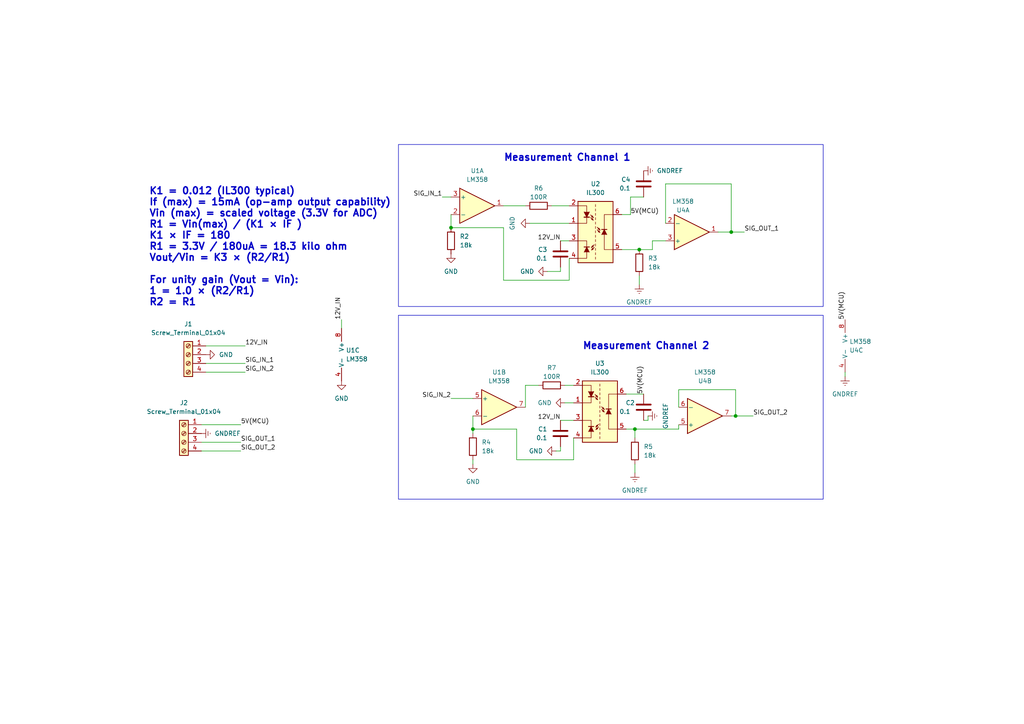
<source format=kicad_sch>
(kicad_sch (version 20230121) (generator eeschema)
  (paper "A4")
  (lib_symbols
    (symbol "Amplifier_Operational:LM358" (pin_names (offset 0.127))
      (property "Reference" "U" (at 0 5.08 0))
      (property "Value" "LM358" (at 0 -5.08 0))
      (symbol "LM358_1_1"
        (polyline (pts (xy -5.08 5.08) (xy 5.08 0) (xy -5.08 -5.08) (xy -5.08 5.08)) (stroke (width 0.254)) (fill (type background)))
        (pin output line (at 7.62 0 180) (length 2.54) (name "~") (number "1"))
        (pin input line (at -7.62 -2.54 0) (length 2.54) (name "-") (number "2"))
        (pin input line (at -7.62 2.54 0) (length 2.54) (name "+") (number "3"))
      )
      (symbol "LM358_2_1"
        (polyline (pts (xy -5.08 5.08) (xy 5.08 0) (xy -5.08 -5.08) (xy -5.08 5.08)) (stroke (width 0.254)) (fill (type background)))
        (pin input line (at -7.62 2.54 0) (length 2.54) (name "+") (number "5"))
        (pin input line (at -7.62 -2.54 0) (length 2.54) (name "-") (number "6"))
        (pin output line (at 7.62 0 180) (length 2.54) (name "~") (number "7"))
      )
      (symbol "LM358_3_1"
        (pin power_in line (at -2.54 -7.62 90) (length 3.81) (name "V-") (number "4"))
        (pin power_in line (at -2.54 7.62 270) (length 3.81) (name "V+") (number "8"))
      )
    )
    (symbol "Connector:Screw_Terminal_01x04" (pin_names (offset 1.016) hide)
      (property "Reference" "J" (at 0 5.08 0))
      (property "Value" "Screw_Terminal_01x04" (at 0 -7.62 0))
      (symbol "Screw_Terminal_01x04_1_1"
        (rectangle (start -1.27 3.81) (end 1.27 -6.35) (stroke (width 0.254)) (fill (type background)))
        (circle (center 0 -5.08) (radius 0.635) (stroke (width 0.1524)))
        (circle (center 0 -2.54) (radius 0.635) (stroke (width 0.1524)))
        (polyline (pts (xy -0.5334 -4.7498) (xy 0.3302 -5.588)) (stroke (width 0.1524)))
        (polyline (pts (xy -0.5334 -2.2098) (xy 0.3302 -3.048)) (stroke (width 0.1524)))
        (polyline (pts (xy -0.5334 0.3302) (xy 0.3302 -0.508)) (stroke (width 0.1524)))
        (polyline (pts (xy -0.5334 2.8702) (xy 0.3302 2.032)) (stroke (width 0.1524)))
        (polyline (pts (xy -0.3556 -4.572) (xy 0.508 -5.4102)) (stroke (width 0.1524)))
        (polyline (pts (xy -0.3556 -2.032) (xy 0.508 -2.8702)) (stroke (width 0.1524)))
        (polyline (pts (xy -0.3556 0.508) (xy 0.508 -0.3302)) (stroke (width 0.1524)))
        (polyline (pts (xy -0.3556 3.048) (xy 0.508 2.2098)) (stroke (width 0.1524)))
        (circle (center 0 0) (radius 0.635) (stroke (width 0.1524)))
        (circle (center 0 2.54) (radius 0.635) (stroke (width 0.1524)))
        (pin passive line (at -5.08 2.54 0) (length 3.81) (name "Pin_1") (number "1"))
        (pin passive line (at -5.08 0 0) (length 3.81) (name "Pin_2") (number "2"))
        (pin passive line (at -5.08 -2.54 0) (length 3.81) (name "Pin_3") (number "3"))
        (pin passive line (at -5.08 -5.08 0) (length 3.81) (name "Pin_4") (number "4"))
      )
    )
    (symbol "Device:C" (pin_numbers hide) (pin_names (offset 0.254))
      (property "Reference" "C" (at 0.635 2.54 0))
      (property "Value" "C" (at 0.635 -2.54 0))
      (symbol "C_0_1"
        (polyline (pts (xy -2.032 -0.762) (xy 2.032 -0.762)) (stroke (width 0.508)))
        (polyline (pts (xy -2.032 0.762) (xy 2.032 0.762)) (stroke (width 0.508)))
      )
      (symbol "C_1_1"
        (pin passive line (at 0 3.81 270) (length 2.794) (name "~") (number "1"))
        (pin passive line (at 0 -3.81 90) (length 2.794) (name "~") (number "2"))
      )
    )
    (symbol "Device:R" (pin_numbers hide) (pin_names (offset 0))
      (property "Reference" "R" (at 2.032 0 90))
      (property "Value" "R" (at 0 0 90))
      (symbol "R_0_1"
        (rectangle (start -1.016 -2.54) (end 1.016 2.54) (stroke (width 0.254)))
      )
      (symbol "R_1_1"
        (pin passive line (at 0 3.81 270) (length 1.27) (name "~") (number "1"))
        (pin passive line (at 0 -3.81 90) (length 1.27) (name "~") (number "2"))
      )
    )
    (symbol "Isolator_Analog:IL300" (pin_names (offset 1.016))
      (property "Reference" "U" (at -5.08 10.16 0))
      (property "Value" "IL300" (at 0 10.16 0))
      (symbol "IL300_0_1"
        (rectangle (start -5.08 8.89) (end 5.08 -8.89) (stroke (width 0.254)) (fill (type background)))
        (polyline (pts (xy -3.302 -4.318) (xy -1.778 -4.318)) (stroke (width 0.254)))
        (polyline (pts (xy -1.778 4.318) (xy -3.302 4.318)) (stroke (width 0.254)))
        (polyline (pts (xy -1.778 4.318) (xy -3.302 4.318)) (stroke (width 0.254)))
        (polyline (pts (xy 0 -7.239) (xy 0 -7.874)))
        (polyline (pts (xy 0 -5.969) (xy 0 -6.604)))
        (polyline (pts (xy 0 -4.699) (xy 0 -5.334)))
        (polyline (pts (xy 0 -3.429) (xy 0 -4.064)))
        (polyline (pts (xy 0 -2.159) (xy 0 -2.794)))
        (polyline (pts (xy 0 -0.889) (xy 0 -1.524)))
        (polyline (pts (xy 0 0.381) (xy 0 -0.254)))
        (polyline (pts (xy 0 1.651) (xy 0 1.016)))
        (polyline (pts (xy 0 2.921) (xy 0 2.286)))
        (polyline (pts (xy 0 4.191) (xy 0 3.556)))
        (polyline (pts (xy 0 5.461) (xy 0 4.826)))
        (polyline (pts (xy 0 6.731) (xy 0 6.096)))
        (polyline (pts (xy 0 8.001) (xy 0 7.366)))
        (polyline (pts (xy 1.778 0.762) (xy 3.302 0.762)) (stroke (width 0.254)))
        (polyline (pts (xy -3.302 -5.842) (xy -2.54 -4.318) (xy -1.778 -5.842)) (fill (type outline)))
        (polyline (pts (xy -1.778 5.842) (xy -2.54 4.318) (xy -3.302 5.842)) (fill (type outline)))
        (polyline (pts (xy -1.778 5.842) (xy -2.54 4.318) (xy -3.302 5.842)) (fill (type outline)))
        (polyline (pts (xy -1.397 4.953) (xy -0.635 4.191) (xy -0.635 4.191)))
        (polyline (pts (xy -1.397 4.953) (xy -0.635 4.191) (xy -0.635 4.191)))
        (polyline (pts (xy -0.381 -3.683) (xy -1.143 -4.445) (xy -1.143 -4.445)))
        (polyline (pts (xy -0.381 -3.683) (xy -1.143 -4.445) (xy -1.143 -4.445)))
        (polyline (pts (xy 0.508 1.397) (xy 1.27 0.635) (xy 1.27 0.635)))
        (polyline (pts (xy 0.508 1.397) (xy 1.27 0.635) (xy 1.27 0.635)))
        (polyline (pts (xy 1.778 -0.762) (xy 2.54 0.762) (xy 3.302 -0.762)) (fill (type outline)))
        (polyline (pts (xy -5.08 -2.54) (xy -2.54 -2.54) (xy -2.54 -7.62) (xy -5.08 -7.62)))
        (polyline (pts (xy -5.08 7.62) (xy -2.54 7.62) (xy -2.54 2.54) (xy -5.08 2.54)))
        (polyline (pts (xy 5.08 5.08) (xy 2.54 5.08) (xy 2.54 -5.08) (xy 5.08 -5.08)))
        (polyline (pts (xy -1.143 -4.445) (xy -0.889 -3.937) (xy -0.635 -4.191) (xy -1.143 -4.445) (xy -1.143 -4.445)))
        (polyline (pts (xy -1.143 -4.445) (xy -0.889 -3.937) (xy -0.635 -4.191) (xy -1.143 -4.445) (xy -1.143 -4.445)))
        (polyline (pts (xy -0.635 4.191) (xy -0.889 4.699) (xy -1.143 4.445) (xy -0.635 4.191) (xy -0.635 4.191)))
        (polyline (pts (xy -0.635 4.191) (xy -0.889 4.699) (xy -1.143 4.445) (xy -0.635 4.191) (xy -0.635 4.191)))
        (polyline (pts (xy 1.27 0.635) (xy 1.016 1.143) (xy 0.762 0.889) (xy 1.27 0.635) (xy 1.27 0.635)))
        (polyline (pts (xy 1.27 0.635) (xy 1.016 1.143) (xy 0.762 0.889) (xy 1.27 0.635) (xy 1.27 0.635)))
        (polyline (pts (xy -1.397 4.191) (xy -0.635 3.429) (xy -0.889 3.937) (xy -1.143 3.683) (xy -0.635 3.429) (xy -0.635 3.429)))
        (polyline (pts (xy -1.397 4.191) (xy -0.635 3.429) (xy -0.889 3.937) (xy -1.143 3.683) (xy -0.635 3.429) (xy -0.635 3.429)))
        (polyline (pts (xy -0.381 -4.445) (xy -1.143 -5.207) (xy -0.889 -4.699) (xy -0.635 -4.953) (xy -1.143 -5.207) (xy -1.143 -5.207)))
        (polyline (pts (xy -0.381 -4.445) (xy -1.143 -5.207) (xy -0.889 -4.699) (xy -0.635 -4.953) (xy -1.143 -5.207) (xy -1.143 -5.207)))
        (polyline (pts (xy 0.508 0.635) (xy 1.27 -0.127) (xy 1.016 0.381) (xy 0.762 0.127) (xy 1.27 -0.127) (xy 1.27 -0.127)))
        (polyline (pts (xy 0.508 0.635) (xy 1.27 -0.127) (xy 1.016 0.381) (xy 0.762 0.127) (xy 1.27 -0.127) (xy 1.27 -0.127)))
      )
      (symbol "IL300_1_1"
        (pin passive line (at -7.62 2.54 0) (length 2.54) (name "~") (number "1"))
        (pin passive line (at -7.62 7.62 0) (length 2.54) (name "~") (number "2"))
        (pin passive line (at -7.62 -2.54 0) (length 2.54) (name "~") (number "3"))
        (pin passive line (at -7.62 -7.62 0) (length 2.54) (name "~") (number "4"))
        (pin passive line (at 7.62 -5.08 180) (length 2.54) (name "~") (number "5"))
        (pin passive line (at 7.62 5.08 180) (length 2.54) (name "~") (number "6"))
        (pin no_connect line (at 5.08 2.54 180) (length 2.54) hide (name "NC") (number "7"))
        (pin no_connect line (at 5.08 0 180) (length 2.54) hide (name "NC") (number "8"))
      )
    )
    (symbol "power:GND" (power) (pin_names (offset 0))
      (property "Value" "GND" (at 0 -3.81 0))
      (symbol "GND_0_1"
        (polyline (pts (xy 0 0) (xy 0 -1.27) (xy 1.27 -1.27) (xy 0 -2.54) (xy -1.27 -1.27) (xy 0 -1.27)))
      )
      (symbol "GND_1_1"
        (pin power_in line (at 0 0 270) (length 0) hide (name "GND") (number "1"))
      )
    )
    (symbol "power:GNDREF" (power) (pin_names (offset 0))
      (property "Value" "GNDREF" (at 0 -3.81 0))
      (symbol "GNDREF_0_1"
        (polyline (pts (xy -0.635 -1.905) (xy 0.635 -1.905)))
        (polyline (pts (xy -0.127 -2.54) (xy 0.127 -2.54)))
        (polyline (pts (xy 0 -1.27) (xy 0 0)))
        (polyline (pts (xy 1.27 -1.27) (xy -1.27 -1.27)))
      )
      (symbol "GNDREF_1_1"
        (pin power_in line (at 0 0 270) (length 0) hide (name "GNDREF") (number "1"))
      )
    )
  )
  (junction (at 212.09 67.31))
  (junction (at 130.81 66.04))
  (junction (at 185.42 72.39))
  (junction (at 213.36 120.65))
  (junction (at 137.16 124.46))
  (junction (at 184.15 124.46))
  (wire (pts (xy 182.88 62.23) (xy 180.34 62.23)))
  (wire (pts (xy 193.04 53.34) (xy 212.09 53.34)))
  (wire (pts (xy 186.69 57.15) (xy 182.88 57.15)))
  (wire (pts (xy 59.69 107.95) (xy 71.12 107.95)))
  (wire (pts (xy 128.27 57.15) (xy 130.81 57.15)))
  (wire (pts (xy 152.4 111.76) (xy 152.4 118.11)))
  (wire (pts (xy 212.09 53.34) (xy 212.09 67.31)))
  (wire (pts (xy 212.09 67.31) (xy 215.9 67.31)))
  (wire (pts (xy 213.36 113.03) (xy 213.36 120.65)))
  (wire (pts (xy 187.96 121.92) (xy 187.96 120.65)))
  (wire (pts (xy 58.42 128.27) (xy 69.85 128.27)))
  (wire (pts (xy 181.61 114.3) (xy 186.69 114.3)))
  (wire (pts (xy 184.15 134.62) (xy 184.15 137.16)))
  (wire (pts (xy 184.15 124.46) (xy 196.85 124.46)))
  (wire (pts (xy 213.36 120.65) (xy 218.44 120.65)))
  (wire (pts (xy 149.86 133.35) (xy 149.86 124.46)))
  (wire (pts (xy 162.56 69.85) (xy 165.1 69.85)))
  (wire (pts (xy 146.05 66.04) (xy 146.05 81.28)))
  (wire (pts (xy 162.56 121.92) (xy 166.37 121.92)))
  (wire (pts (xy 153.67 64.77) (xy 165.1 64.77)))
  (wire (pts (xy 165.1 74.93) (xy 165.1 81.28)))
  (wire (pts (xy 162.56 78.74) (xy 158.75 78.74)))
  (wire (pts (xy 130.81 115.57) (xy 137.16 115.57)))
  (wire (pts (xy 99.06 92.71) (xy 99.06 95.25)))
  (wire (pts (xy 137.16 124.46) (xy 137.16 125.73)))
  (wire (pts (xy 58.42 123.19) (xy 69.85 123.19)))
  (wire (pts (xy 185.42 80.01) (xy 185.42 82.55)))
  (wire (pts (xy 149.86 124.46) (xy 137.16 124.46)))
  (wire (pts (xy 182.88 57.15) (xy 182.88 62.23)))
  (wire (pts (xy 187.96 121.92) (xy 186.69 121.92)))
  (wire (pts (xy 184.15 124.46) (xy 184.15 127)))
  (wire (pts (xy 181.61 124.46) (xy 184.15 124.46)))
  (wire (pts (xy 162.56 77.47) (xy 162.56 78.74)))
  (wire (pts (xy 137.16 133.35) (xy 137.16 134.62)))
  (wire (pts (xy 193.04 69.85) (xy 189.23 69.85)))
  (wire (pts (xy 146.05 59.69) (xy 152.4 59.69)))
  (wire (pts (xy 212.09 67.31) (xy 208.28 67.31)))
  (wire (pts (xy 163.83 111.76) (xy 166.37 111.76)))
  (wire (pts (xy 58.42 130.81) (xy 69.85 130.81)))
  (wire (pts (xy 59.69 100.33) (xy 71.12 100.33)))
  (wire (pts (xy 245.11 107.95) (xy 245.11 109.22)))
  (wire (pts (xy 189.23 69.85) (xy 189.23 72.39)))
  (wire (pts (xy 196.85 124.46) (xy 196.85 123.19)))
  (wire (pts (xy 196.85 118.11) (xy 196.85 113.03)))
  (wire (pts (xy 163.83 116.84) (xy 166.37 116.84)))
  (wire (pts (xy 130.81 62.23) (xy 130.81 66.04)))
  (wire (pts (xy 160.02 59.69) (xy 165.1 59.69)))
  (wire (pts (xy 196.85 113.03) (xy 213.36 113.03)))
  (wire (pts (xy 166.37 127) (xy 166.37 133.35)))
  (wire (pts (xy 137.16 120.65) (xy 137.16 124.46)))
  (wire (pts (xy 146.05 81.28) (xy 165.1 81.28)))
  (wire (pts (xy 146.05 66.04) (xy 130.81 66.04)))
  (wire (pts (xy 185.42 72.39) (xy 180.34 72.39)))
  (wire (pts (xy 59.69 105.41) (xy 71.12 105.41)))
  (wire (pts (xy 149.86 133.35) (xy 166.37 133.35)))
  (wire (pts (xy 189.23 72.39) (xy 185.42 72.39)))
  (wire (pts (xy 213.36 120.65) (xy 212.09 120.65)))
  (wire (pts (xy 162.56 129.54) (xy 162.56 130.81)))
  (wire (pts (xy 162.56 130.81) (xy 161.29 130.81)))
  (wire (pts (xy 152.4 111.76) (xy 156.21 111.76)))
  (wire (pts (xy 193.04 64.77) (xy 193.04 53.34)))
  (rectangle (start 115.57 91.44) (end 238.76 144.78))
  (rectangle (start 115.57 41.91) (end 238.76 88.9))
  (text "Measurement Channel 2" (at 168.91 101.6 0) (effects (font (size 2 2) (thickness 0.4) bold) (justify left bottom)))
  (text "Measurement Channel 1" (at 146.05 46.99 0) (effects (font (size 2 2) (thickness 0.4) bold) (justify left bottom)))
  (text "K1 = 0.012 (IL300 typical)\nIf (max) = 15mA (op-amp output capability)\nVin (max) = scaled voltage (3.3V for ADC)\nR1 = Vin(max) / (K1 × IF )\nK1 × IF = 180\nR1 = 3.3V / 180uA = 18.3 kilo ohm\nVout/Vin = K3 × (R2/R1)\n\nFor unity gain (Vout = Vin):\n1 = 1.0 × (R2/R1)\nR2 = R1\n" (at 43.18 88.9 0) (effects (font (size 2 2) (thickness 0.4) bold) (justify left bottom)))
  (label "12V_IN" (at 162.56 121.92 180))
  (label "5V(MCU)" (at 186.69 114.3 90))
  (label "SIG_IN_2" (at 130.81 115.57 180))
  (label "5V(MCU)" (at 69.85 123.19 0))
  (label "SIG_OUT_1" (at 215.9 67.31 0))
  (label "12V_IN" (at 162.56 69.85 180))
  (label "5V(MCU)" (at 245.11 92.71 90))
  (label "12V_IN" (at 99.06 92.71 90))
  (label "SIG_OUT_1" (at 69.85 128.27 0))
  (label "SIG_OUT_2" (at 218.44 120.65 0))
  (label "SIG_IN_1" (at 71.12 105.41 0))
  (label "SIG_IN_1" (at 128.27 57.15 180))
  (label "5V(MCU)" (at 182.88 62.23 0))
  (label "SIG_IN_2" (at 71.12 107.95 0))
  (label "SIG_OUT_2" (at 69.85 130.81 0))
  (label "12V_IN" (at 71.12 100.33 0))
  (symbol (lib_id "power:GNDREF") (at 184.15 137.16 0) (unit 1)
    (property "Reference" "#PWR08" (effects hide))
    (property "Value" "GNDREF" (at 184.15 142.24 0))
  )
  (symbol (lib_id "Device:R") (at 160.02 111.76 270) (unit 1)
    (property "Reference" "R7" (at 160.02 106.68 90))
    (property "Value" "100R" (at 160.02 109.22 90))
  )
  (symbol (lib_id "power:GNDREF") (at 187.96 120.65 90) (mirror x) (unit 1)
    (property "Reference" "#PWR012" (effects hide))
    (property "Value" "GNDREF" (at 193.04 120.65 0))
  )
  (symbol (lib_id "power:GND") (at 158.75 78.74 270) (unit 1)
    (property "Reference" "#PWR013" (effects hide))
    (property "Value" "GND" (at 154.94 78.74 90) (effects (justify right)))
  )
  (symbol (lib_id "Device:R") (at 156.21 59.69 270) (unit 1)
    (property "Reference" "R6" (at 156.21 54.61 90))
    (property "Value" "100R" (at 156.21 57.15 90))
  )
  (symbol (lib_id "Amplifier_Operational:LM358") (at 144.78 118.11 0) (unit 2)
    (property "Reference" "U1" (at 144.78 107.95 0))
    (property "Value" "LM358" (at 144.78 110.49 0))
    (property "Datasheet" "http://www.ti.com/lit/ds/symlink/lm2904-n.pdf" (effects hide))
  )
  (symbol (lib_id "power:GNDREF") (at 185.42 82.55 0) (unit 1)
    (property "Reference" "#PWR04" (effects hide))
    (property "Value" "GNDREF" (at 185.42 87.63 0))
  )
  (symbol (lib_id "Isolator_Analog:IL300") (at 172.72 67.31 0) (unit 1)
    (property "Reference" "U2" (at 172.72 53.34 0))
    (property "Value" "IL300" (at 172.72 55.88 0))
    (property "Datasheet" "http://www.vishay.com/docs/83622/il300.pdf" (effects hide))
  )
  (symbol (lib_id "power:GND") (at 161.29 130.81 270) (unit 1)
    (property "Reference" "#PWR011" (effects hide))
    (property "Value" "GND" (at 157.48 130.81 90) (effects (justify right)))
  )
  (symbol (lib_id "power:GNDREF") (at 245.11 109.22 0) (unit 1)
    (property "Reference" "#PWR05" (effects hide))
    (property "Value" "GNDREF" (at 245.11 114.3 0))
  )
  (symbol (lib_id "Device:R") (at 184.15 130.81 180) (unit 1)
    (property "Reference" "R5" (at 186.69 129.54 0) (effects (justify right)))
    (property "Value" "18k" (at 186.69 132.08 0) (effects (justify right)))
  )
  (symbol (lib_id "Amplifier_Operational:LM358") (at 138.43 59.69 0) (unit 1)
    (property "Reference" "U1" (at 138.43 49.53 0))
    (property "Value" "LM358" (at 138.43 52.07 0))
    (property "Datasheet" "http://www.ti.com/lit/ds/symlink/lm2904-n.pdf" (effects hide))
  )
  (symbol (lib_id "power:GNDREF") (at 58.42 125.73 90) (unit 1)
    (property "Reference" "#PWR010" (effects hide))
    (property "Value" "GNDREF" (at 62.23 125.73 90) (effects (justify right)))
  )
  (symbol (lib_id "Device:C") (at 162.56 125.73 0) (mirror y) (unit 1)
    (property "Reference" "C1" (at 158.75 124.46 0) (effects (justify left)))
    (property "Value" "0.1" (at 158.75 127 0) (effects (justify left)))
  )
  (symbol (lib_id "Device:C") (at 162.56 73.66 0) (mirror y) (unit 1)
    (property "Reference" "C3" (at 158.75 72.39 0) (effects (justify left)))
    (property "Value" "0.1" (at 158.75 74.93 0) (effects (justify left)))
  )
  (symbol (lib_id "power:GND") (at 163.83 116.84 270) (unit 1)
    (property "Reference" "#PWR07" (effects hide))
    (property "Value" "GND" (at 160.02 116.84 90) (effects (justify right)))
  )
  (symbol (lib_id "Device:C") (at 186.69 118.11 0) (mirror y) (unit 1)
    (property "Reference" "C2" (at 184.15 116.84 0) (effects (justify left)))
    (property "Value" "0.1" (at 182.88 119.38 0) (effects (justify left)))
  )
  (symbol (lib_id "power:GND") (at 99.06 110.49 0) (unit 1)
    (property "Reference" "#PWR02" (effects hide))
    (property "Value" "GND" (at 99.06 115.57 0))
  )
  (symbol (lib_id "Device:R") (at 185.42 76.2 180) (unit 1)
    (property "Reference" "R3" (at 187.96 74.93 0) (effects (justify right)))
    (property "Value" "18k" (at 187.96 77.47 0) (effects (justify right)))
  )
  (symbol (lib_id "power:GND") (at 137.16 134.62 0) (unit 1)
    (property "Reference" "#PWR06" (effects hide))
    (property "Value" "GND" (at 137.16 139.7 0))
  )
  (symbol (lib_id "Device:R") (at 137.16 129.54 180) (unit 1)
    (property "Reference" "R4" (at 139.7 128.27 0) (effects (justify right)))
    (property "Value" "18k" (at 139.7 130.81 0) (effects (justify right)))
  )
  (symbol (lib_id "Connector:Screw_Terminal_01x04") (at 53.34 125.73 0) (mirror y) (unit 1)
    (property "Reference" "J2" (at 53.34 116.84 0))
    (property "Value" "Screw_Terminal_01x04" (at 53.34 119.38 0))
  )
  (symbol (lib_id "Amplifier_Operational:LM358") (at 242.57 100.33 0) (mirror y) (unit 3)
    (property "Reference" "U4" (at 246.38 101.6 0) (effects (justify right)))
    (property "Value" "LM358" (at 246.38 99.06 0) (effects (justify right)))
    (property "Datasheet" "http://www.ti.com/lit/ds/symlink/lm2904-n.pdf" (effects hide))
  )
  (symbol (lib_id "power:GND") (at 59.69 102.87 90) (unit 1)
    (property "Reference" "#PWR09" (effects hide))
    (property "Value" "GND" (at 63.5 102.87 90) (effects (justify right)))
  )
  (symbol (lib_id "Isolator_Analog:IL300") (at 173.99 119.38 0) (unit 1)
    (property "Reference" "U3" (at 173.99 105.41 0))
    (property "Value" "IL300" (at 173.99 107.95 0))
    (property "Datasheet" "http://www.vishay.com/docs/83622/il300.pdf" (effects hide))
  )
  (symbol (lib_id "Amplifier_Operational:LM358") (at 204.47 120.65 0) (mirror x) (unit 2)
    (property "Reference" "U4" (at 204.47 110.49 0))
    (property "Value" "LM358" (at 204.47 107.95 0))
    (property "Datasheet" "http://www.ti.com/lit/ds/symlink/lm2904-n.pdf" (effects hide))
  )
  (symbol (lib_id "Connector:Screw_Terminal_01x04") (at 54.61 102.87 0) (mirror y) (unit 1)
    (property "Reference" "J1" (at 54.61 93.98 0))
    (property "Value" "Screw_Terminal_01x04" (at 54.61 96.52 0))
  )
  (symbol (lib_id "power:GND") (at 153.67 64.77 270) (unit 1)
    (property "Reference" "#PWR01" (effects hide))
    (property "Value" "GND" (at 148.59 64.77 0))
  )
  (symbol (lib_id "Device:C") (at 186.69 53.34 0) (mirror y) (unit 1)
    (property "Reference" "C4" (at 182.88 52.07 0) (effects (justify left)))
    (property "Value" "0.1" (at 182.88 54.61 0) (effects (justify left)))
  )
  (symbol (lib_id "Device:R") (at 130.81 69.85 180) (unit 1)
    (property "Reference" "R2" (at 133.35 68.58 0) (effects (justify right)))
    (property "Value" "18k" (at 133.35 71.12 0) (effects (justify right)))
  )
  (symbol (lib_id "power:GNDREF") (at 186.69 49.53 90) (unit 1)
    (property "Reference" "#PWR014" (effects hide))
    (property "Value" "GNDREF" (at 190.5 49.53 90) (effects (justify right)))
  )
  (symbol (lib_id "Amplifier_Operational:LM358") (at 200.66 67.31 0) (mirror x) (unit 1)
    (property "Reference" "U4" (at 198.12 60.96 0))
    (property "Value" "LM358" (at 198.12 58.42 0))
    (property "Datasheet" "http://www.ti.com/lit/ds/symlink/lm2904-n.pdf" (effects hide))
  )
  (symbol (lib_id "power:GND") (at 130.81 73.66 0) (unit 1)
    (property "Reference" "#PWR03" (effects hide))
    (property "Value" "GND" (at 130.81 78.74 0))
  )
  (symbol (lib_id "Amplifier_Operational:LM358") (at 101.6 102.87 0) (unit 3)
    (property "Reference" "U1" (at 100.33 101.6 0) (effects (justify left)))
    (property "Value" "LM358" (at 100.33 104.14 0) (effects (justify left)))
    (property "Datasheet" "http://www.ti.com/lit/ds/symlink/lm2904-n.pdf" (effects hide))
  )
)
</source>
